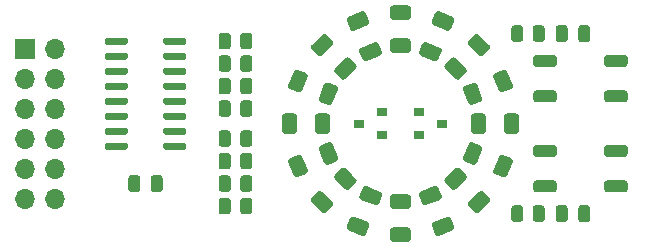
<source format=gbr>
%TF.GenerationSoftware,KiCad,Pcbnew,5.1.9-73d0e3b20d~88~ubuntu20.04.1*%
%TF.CreationDate,2021-03-27T19:40:49+01:00*%
%TF.ProjectId,circledisplay,63697263-6c65-4646-9973-706c61792e6b,rev?*%
%TF.SameCoordinates,Original*%
%TF.FileFunction,Soldermask,Top*%
%TF.FilePolarity,Negative*%
%FSLAX46Y46*%
G04 Gerber Fmt 4.6, Leading zero omitted, Abs format (unit mm)*
G04 Created by KiCad (PCBNEW 5.1.9-73d0e3b20d~88~ubuntu20.04.1) date 2021-03-27 19:40:49*
%MOMM*%
%LPD*%
G01*
G04 APERTURE LIST*
%ADD10R,1.700000X1.700000*%
%ADD11O,1.700000X1.700000*%
%ADD12R,0.900000X0.800000*%
G04 APERTURE END LIST*
%TO.C,C1*%
G36*
G01*
X117655000Y-59215000D02*
X117655000Y-60165000D01*
G75*
G02*
X117405000Y-60415000I-250000J0D01*
G01*
X116905000Y-60415000D01*
G75*
G02*
X116655000Y-60165000I0J250000D01*
G01*
X116655000Y-59215000D01*
G75*
G02*
X116905000Y-58965000I250000J0D01*
G01*
X117405000Y-58965000D01*
G75*
G02*
X117655000Y-59215000I0J-250000D01*
G01*
G37*
G36*
G01*
X115755000Y-59215000D02*
X115755000Y-60165000D01*
G75*
G02*
X115505000Y-60415000I-250000J0D01*
G01*
X115005000Y-60415000D01*
G75*
G02*
X114755000Y-60165000I0J250000D01*
G01*
X114755000Y-59215000D01*
G75*
G02*
X115005000Y-58965000I250000J0D01*
G01*
X115505000Y-58965000D01*
G75*
G02*
X115755000Y-59215000I0J-250000D01*
G01*
G37*
%TD*%
%TO.C,C2*%
G36*
G01*
X115755000Y-74455000D02*
X115755000Y-75405000D01*
G75*
G02*
X115505000Y-75655000I-250000J0D01*
G01*
X115005000Y-75655000D01*
G75*
G02*
X114755000Y-75405000I0J250000D01*
G01*
X114755000Y-74455000D01*
G75*
G02*
X115005000Y-74205000I250000J0D01*
G01*
X115505000Y-74205000D01*
G75*
G02*
X115755000Y-74455000I0J-250000D01*
G01*
G37*
G36*
G01*
X117655000Y-74455000D02*
X117655000Y-75405000D01*
G75*
G02*
X117405000Y-75655000I-250000J0D01*
G01*
X116905000Y-75655000D01*
G75*
G02*
X116655000Y-75405000I0J250000D01*
G01*
X116655000Y-74455000D01*
G75*
G02*
X116905000Y-74205000I250000J0D01*
G01*
X117405000Y-74205000D01*
G75*
G02*
X117655000Y-74455000I0J-250000D01*
G01*
G37*
%TD*%
%TO.C,C3*%
G36*
G01*
X81460000Y-71915000D02*
X81460000Y-72865000D01*
G75*
G02*
X81210000Y-73115000I-250000J0D01*
G01*
X80710000Y-73115000D01*
G75*
G02*
X80460000Y-72865000I0J250000D01*
G01*
X80460000Y-71915000D01*
G75*
G02*
X80710000Y-71665000I250000J0D01*
G01*
X81210000Y-71665000D01*
G75*
G02*
X81460000Y-71915000I0J-250000D01*
G01*
G37*
G36*
G01*
X79560000Y-71915000D02*
X79560000Y-72865000D01*
G75*
G02*
X79310000Y-73115000I-250000J0D01*
G01*
X78810000Y-73115000D01*
G75*
G02*
X78560000Y-72865000I0J250000D01*
G01*
X78560000Y-71915000D01*
G75*
G02*
X78810000Y-71665000I250000J0D01*
G01*
X79310000Y-71665000D01*
G75*
G02*
X79560000Y-71915000I0J-250000D01*
G01*
G37*
%TD*%
%TO.C,D1*%
G36*
G01*
X100975000Y-57285000D02*
X102225000Y-57285000D01*
G75*
G02*
X102475000Y-57535000I0J-250000D01*
G01*
X102475000Y-58285000D01*
G75*
G02*
X102225000Y-58535000I-250000J0D01*
G01*
X100975000Y-58535000D01*
G75*
G02*
X100725000Y-58285000I0J250000D01*
G01*
X100725000Y-57535000D01*
G75*
G02*
X100975000Y-57285000I250000J0D01*
G01*
G37*
G36*
G01*
X100975000Y-60085000D02*
X102225000Y-60085000D01*
G75*
G02*
X102475000Y-60335000I0J-250000D01*
G01*
X102475000Y-61085000D01*
G75*
G02*
X102225000Y-61335000I-250000J0D01*
G01*
X100975000Y-61335000D01*
G75*
G02*
X100725000Y-61085000I0J250000D01*
G01*
X100725000Y-60335000D01*
G75*
G02*
X100975000Y-60085000I250000J0D01*
G01*
G37*
%TD*%
%TO.C,D2*%
G36*
G01*
X103787463Y-60395793D02*
X104942312Y-60874147D01*
G75*
G02*
X105077611Y-61200788I-95671J-230970D01*
G01*
X104790598Y-61893698D01*
G75*
G02*
X104463957Y-62028997I-230970J95671D01*
G01*
X103309108Y-61550643D01*
G75*
G02*
X103173809Y-61224002I95671J230970D01*
G01*
X103460822Y-60531092D01*
G75*
G02*
X103787463Y-60395793I230970J-95671D01*
G01*
G37*
G36*
G01*
X104858977Y-57808931D02*
X106013826Y-58287285D01*
G75*
G02*
X106149125Y-58613926I-95671J-230970D01*
G01*
X105862112Y-59306836D01*
G75*
G02*
X105535471Y-59442135I-230970J95671D01*
G01*
X104380622Y-58963781D01*
G75*
G02*
X104245323Y-58637140I95671J230970D01*
G01*
X104532336Y-57944230D01*
G75*
G02*
X104858977Y-57808931I230970J-95671D01*
G01*
G37*
%TD*%
%TO.C,D3*%
G36*
G01*
X108246803Y-59779313D02*
X109130687Y-60663197D01*
G75*
G02*
X109130687Y-61016751I-176777J-176777D01*
G01*
X108600357Y-61547081D01*
G75*
G02*
X108246803Y-61547081I-176777J176777D01*
G01*
X107362919Y-60663197D01*
G75*
G02*
X107362919Y-60309643I176777J176777D01*
G01*
X107893249Y-59779313D01*
G75*
G02*
X108246803Y-59779313I176777J-176777D01*
G01*
G37*
G36*
G01*
X106266905Y-61759211D02*
X107150789Y-62643095D01*
G75*
G02*
X107150789Y-62996649I-176777J-176777D01*
G01*
X106620459Y-63526979D01*
G75*
G02*
X106266905Y-63526979I-176777J176777D01*
G01*
X105383021Y-62643095D01*
G75*
G02*
X105383021Y-62289541I176777J176777D01*
G01*
X105913351Y-61759211D01*
G75*
G02*
X106266905Y-61759211I176777J-176777D01*
G01*
G37*
%TD*%
%TO.C,D4*%
G36*
G01*
X108035853Y-63967688D02*
X108514207Y-65122537D01*
G75*
G02*
X108378908Y-65449178I-230970J-95671D01*
G01*
X107685998Y-65736191D01*
G75*
G02*
X107359357Y-65600892I-95671J230970D01*
G01*
X106881003Y-64446043D01*
G75*
G02*
X107016302Y-64119402I230970J95671D01*
G01*
X107709212Y-63832389D01*
G75*
G02*
X108035853Y-63967688I95671J-230970D01*
G01*
G37*
G36*
G01*
X110622715Y-62896174D02*
X111101069Y-64051023D01*
G75*
G02*
X110965770Y-64377664I-230970J-95671D01*
G01*
X110272860Y-64664677D01*
G75*
G02*
X109946219Y-64529378I-95671J230970D01*
G01*
X109467865Y-63374529D01*
G75*
G02*
X109603164Y-63047888I230970J95671D01*
G01*
X110296074Y-62760875D01*
G75*
G02*
X110622715Y-62896174I95671J-230970D01*
G01*
G37*
%TD*%
%TO.C,D5*%
G36*
G01*
X111625000Y-66685000D02*
X111625000Y-67935000D01*
G75*
G02*
X111375000Y-68185000I-250000J0D01*
G01*
X110625000Y-68185000D01*
G75*
G02*
X110375000Y-67935000I0J250000D01*
G01*
X110375000Y-66685000D01*
G75*
G02*
X110625000Y-66435000I250000J0D01*
G01*
X111375000Y-66435000D01*
G75*
G02*
X111625000Y-66685000I0J-250000D01*
G01*
G37*
G36*
G01*
X108825000Y-66685000D02*
X108825000Y-67935000D01*
G75*
G02*
X108575000Y-68185000I-250000J0D01*
G01*
X107825000Y-68185000D01*
G75*
G02*
X107575000Y-67935000I0J250000D01*
G01*
X107575000Y-66685000D01*
G75*
G02*
X107825000Y-66435000I250000J0D01*
G01*
X108575000Y-66435000D01*
G75*
G02*
X108825000Y-66685000I0J-250000D01*
G01*
G37*
%TD*%
%TO.C,D6*%
G36*
G01*
X108514207Y-69497463D02*
X108035853Y-70652312D01*
G75*
G02*
X107709212Y-70787611I-230970J95671D01*
G01*
X107016302Y-70500598D01*
G75*
G02*
X106881003Y-70173957I95671J230970D01*
G01*
X107359357Y-69019108D01*
G75*
G02*
X107685998Y-68883809I230970J-95671D01*
G01*
X108378908Y-69170822D01*
G75*
G02*
X108514207Y-69497463I-95671J-230970D01*
G01*
G37*
G36*
G01*
X111101069Y-70568977D02*
X110622715Y-71723826D01*
G75*
G02*
X110296074Y-71859125I-230970J95671D01*
G01*
X109603164Y-71572112D01*
G75*
G02*
X109467865Y-71245471I95671J230970D01*
G01*
X109946219Y-70090622D01*
G75*
G02*
X110272860Y-69955323I230970J-95671D01*
G01*
X110965770Y-70242336D01*
G75*
G02*
X111101069Y-70568977I-95671J-230970D01*
G01*
G37*
%TD*%
%TO.C,D7*%
G36*
G01*
X109130687Y-73956803D02*
X108246803Y-74840687D01*
G75*
G02*
X107893249Y-74840687I-176777J176777D01*
G01*
X107362919Y-74310357D01*
G75*
G02*
X107362919Y-73956803I176777J176777D01*
G01*
X108246803Y-73072919D01*
G75*
G02*
X108600357Y-73072919I176777J-176777D01*
G01*
X109130687Y-73603249D01*
G75*
G02*
X109130687Y-73956803I-176777J-176777D01*
G01*
G37*
G36*
G01*
X107150789Y-71976905D02*
X106266905Y-72860789D01*
G75*
G02*
X105913351Y-72860789I-176777J176777D01*
G01*
X105383021Y-72330459D01*
G75*
G02*
X105383021Y-71976905I176777J176777D01*
G01*
X106266905Y-71093021D01*
G75*
G02*
X106620459Y-71093021I176777J-176777D01*
G01*
X107150789Y-71623351D01*
G75*
G02*
X107150789Y-71976905I-176777J-176777D01*
G01*
G37*
%TD*%
%TO.C,D8*%
G36*
G01*
X104942312Y-73745853D02*
X103787463Y-74224207D01*
G75*
G02*
X103460822Y-74088908I-95671J230970D01*
G01*
X103173809Y-73395998D01*
G75*
G02*
X103309108Y-73069357I230970J95671D01*
G01*
X104463957Y-72591003D01*
G75*
G02*
X104790598Y-72726302I95671J-230970D01*
G01*
X105077611Y-73419212D01*
G75*
G02*
X104942312Y-73745853I-230970J-95671D01*
G01*
G37*
G36*
G01*
X106013826Y-76332715D02*
X104858977Y-76811069D01*
G75*
G02*
X104532336Y-76675770I-95671J230970D01*
G01*
X104245323Y-75982860D01*
G75*
G02*
X104380622Y-75656219I230970J95671D01*
G01*
X105535471Y-75177865D01*
G75*
G02*
X105862112Y-75313164I95671J-230970D01*
G01*
X106149125Y-76006074D01*
G75*
G02*
X106013826Y-76332715I-230970J-95671D01*
G01*
G37*
%TD*%
%TO.C,D9*%
G36*
G01*
X102225000Y-77335000D02*
X100975000Y-77335000D01*
G75*
G02*
X100725000Y-77085000I0J250000D01*
G01*
X100725000Y-76335000D01*
G75*
G02*
X100975000Y-76085000I250000J0D01*
G01*
X102225000Y-76085000D01*
G75*
G02*
X102475000Y-76335000I0J-250000D01*
G01*
X102475000Y-77085000D01*
G75*
G02*
X102225000Y-77335000I-250000J0D01*
G01*
G37*
G36*
G01*
X102225000Y-74535000D02*
X100975000Y-74535000D01*
G75*
G02*
X100725000Y-74285000I0J250000D01*
G01*
X100725000Y-73535000D01*
G75*
G02*
X100975000Y-73285000I250000J0D01*
G01*
X102225000Y-73285000D01*
G75*
G02*
X102475000Y-73535000I0J-250000D01*
G01*
X102475000Y-74285000D01*
G75*
G02*
X102225000Y-74535000I-250000J0D01*
G01*
G37*
%TD*%
%TO.C,D10*%
G36*
G01*
X99412537Y-74224207D02*
X98257688Y-73745853D01*
G75*
G02*
X98122389Y-73419212I95671J230970D01*
G01*
X98409402Y-72726302D01*
G75*
G02*
X98736043Y-72591003I230970J-95671D01*
G01*
X99890892Y-73069357D01*
G75*
G02*
X100026191Y-73395998I-95671J-230970D01*
G01*
X99739178Y-74088908D01*
G75*
G02*
X99412537Y-74224207I-230970J95671D01*
G01*
G37*
G36*
G01*
X98341023Y-76811069D02*
X97186174Y-76332715D01*
G75*
G02*
X97050875Y-76006074I95671J230970D01*
G01*
X97337888Y-75313164D01*
G75*
G02*
X97664529Y-75177865I230970J-95671D01*
G01*
X98819378Y-75656219D01*
G75*
G02*
X98954677Y-75982860I-95671J-230970D01*
G01*
X98667664Y-76675770D01*
G75*
G02*
X98341023Y-76811069I-230970J95671D01*
G01*
G37*
%TD*%
%TO.C,D11*%
G36*
G01*
X94953197Y-74840687D02*
X94069313Y-73956803D01*
G75*
G02*
X94069313Y-73603249I176777J176777D01*
G01*
X94599643Y-73072919D01*
G75*
G02*
X94953197Y-73072919I176777J-176777D01*
G01*
X95837081Y-73956803D01*
G75*
G02*
X95837081Y-74310357I-176777J-176777D01*
G01*
X95306751Y-74840687D01*
G75*
G02*
X94953197Y-74840687I-176777J176777D01*
G01*
G37*
G36*
G01*
X96933095Y-72860789D02*
X96049211Y-71976905D01*
G75*
G02*
X96049211Y-71623351I176777J176777D01*
G01*
X96579541Y-71093021D01*
G75*
G02*
X96933095Y-71093021I176777J-176777D01*
G01*
X97816979Y-71976905D01*
G75*
G02*
X97816979Y-72330459I-176777J-176777D01*
G01*
X97286649Y-72860789D01*
G75*
G02*
X96933095Y-72860789I-176777J176777D01*
G01*
G37*
%TD*%
%TO.C,D12*%
G36*
G01*
X95164147Y-70652312D02*
X94685793Y-69497463D01*
G75*
G02*
X94821092Y-69170822I230970J95671D01*
G01*
X95514002Y-68883809D01*
G75*
G02*
X95840643Y-69019108I95671J-230970D01*
G01*
X96318997Y-70173957D01*
G75*
G02*
X96183698Y-70500598I-230970J-95671D01*
G01*
X95490788Y-70787611D01*
G75*
G02*
X95164147Y-70652312I-95671J230970D01*
G01*
G37*
G36*
G01*
X92577285Y-71723826D02*
X92098931Y-70568977D01*
G75*
G02*
X92234230Y-70242336I230970J95671D01*
G01*
X92927140Y-69955323D01*
G75*
G02*
X93253781Y-70090622I95671J-230970D01*
G01*
X93732135Y-71245471D01*
G75*
G02*
X93596836Y-71572112I-230970J-95671D01*
G01*
X92903926Y-71859125D01*
G75*
G02*
X92577285Y-71723826I-95671J230970D01*
G01*
G37*
%TD*%
%TO.C,D13*%
G36*
G01*
X91575000Y-67935000D02*
X91575000Y-66685000D01*
G75*
G02*
X91825000Y-66435000I250000J0D01*
G01*
X92575000Y-66435000D01*
G75*
G02*
X92825000Y-66685000I0J-250000D01*
G01*
X92825000Y-67935000D01*
G75*
G02*
X92575000Y-68185000I-250000J0D01*
G01*
X91825000Y-68185000D01*
G75*
G02*
X91575000Y-67935000I0J250000D01*
G01*
G37*
G36*
G01*
X94375000Y-67935000D02*
X94375000Y-66685000D01*
G75*
G02*
X94625000Y-66435000I250000J0D01*
G01*
X95375000Y-66435000D01*
G75*
G02*
X95625000Y-66685000I0J-250000D01*
G01*
X95625000Y-67935000D01*
G75*
G02*
X95375000Y-68185000I-250000J0D01*
G01*
X94625000Y-68185000D01*
G75*
G02*
X94375000Y-67935000I0J250000D01*
G01*
G37*
%TD*%
%TO.C,D14*%
G36*
G01*
X94685793Y-65122537D02*
X95164147Y-63967688D01*
G75*
G02*
X95490788Y-63832389I230970J-95671D01*
G01*
X96183698Y-64119402D01*
G75*
G02*
X96318997Y-64446043I-95671J-230970D01*
G01*
X95840643Y-65600892D01*
G75*
G02*
X95514002Y-65736191I-230970J95671D01*
G01*
X94821092Y-65449178D01*
G75*
G02*
X94685793Y-65122537I95671J230970D01*
G01*
G37*
G36*
G01*
X92098931Y-64051023D02*
X92577285Y-62896174D01*
G75*
G02*
X92903926Y-62760875I230970J-95671D01*
G01*
X93596836Y-63047888D01*
G75*
G02*
X93732135Y-63374529I-95671J-230970D01*
G01*
X93253781Y-64529378D01*
G75*
G02*
X92927140Y-64664677I-230970J95671D01*
G01*
X92234230Y-64377664D01*
G75*
G02*
X92098931Y-64051023I95671J230970D01*
G01*
G37*
%TD*%
%TO.C,D15*%
G36*
G01*
X94069313Y-60663197D02*
X94953197Y-59779313D01*
G75*
G02*
X95306751Y-59779313I176777J-176777D01*
G01*
X95837081Y-60309643D01*
G75*
G02*
X95837081Y-60663197I-176777J-176777D01*
G01*
X94953197Y-61547081D01*
G75*
G02*
X94599643Y-61547081I-176777J176777D01*
G01*
X94069313Y-61016751D01*
G75*
G02*
X94069313Y-60663197I176777J176777D01*
G01*
G37*
G36*
G01*
X96049211Y-62643095D02*
X96933095Y-61759211D01*
G75*
G02*
X97286649Y-61759211I176777J-176777D01*
G01*
X97816979Y-62289541D01*
G75*
G02*
X97816979Y-62643095I-176777J-176777D01*
G01*
X96933095Y-63526979D01*
G75*
G02*
X96579541Y-63526979I-176777J176777D01*
G01*
X96049211Y-62996649D01*
G75*
G02*
X96049211Y-62643095I176777J176777D01*
G01*
G37*
%TD*%
%TO.C,D16*%
G36*
G01*
X98257688Y-60874147D02*
X99412537Y-60395793D01*
G75*
G02*
X99739178Y-60531092I95671J-230970D01*
G01*
X100026191Y-61224002D01*
G75*
G02*
X99890892Y-61550643I-230970J-95671D01*
G01*
X98736043Y-62028997D01*
G75*
G02*
X98409402Y-61893698I-95671J230970D01*
G01*
X98122389Y-61200788D01*
G75*
G02*
X98257688Y-60874147I230970J95671D01*
G01*
G37*
G36*
G01*
X97186174Y-58287285D02*
X98341023Y-57808931D01*
G75*
G02*
X98667664Y-57944230I95671J-230970D01*
G01*
X98954677Y-58637140D01*
G75*
G02*
X98819378Y-58963781I-230970J-95671D01*
G01*
X97664529Y-59442135D01*
G75*
G02*
X97337888Y-59306836I-95671J230970D01*
G01*
X97050875Y-58613926D01*
G75*
G02*
X97186174Y-58287285I230970J95671D01*
G01*
G37*
%TD*%
D10*
%TO.C,J1*%
X69850000Y-60960000D03*
D11*
X72390000Y-60960000D03*
X69850000Y-63500000D03*
X72390000Y-63500000D03*
X69850000Y-66040000D03*
X72390000Y-66040000D03*
X69850000Y-68580000D03*
X72390000Y-68580000D03*
X69850000Y-71120000D03*
X72390000Y-71120000D03*
X69850000Y-73660000D03*
X72390000Y-73660000D03*
%TD*%
D12*
%TO.C,Q1*%
X103140000Y-66360000D03*
X103140000Y-68260000D03*
X105140000Y-67310000D03*
%TD*%
%TO.C,Q2*%
X98060000Y-67310000D03*
X100060000Y-66360000D03*
X100060000Y-68260000D03*
%TD*%
%TO.C,R1*%
G36*
G01*
X113820000Y-59239998D02*
X113820000Y-60140002D01*
G75*
G02*
X113570002Y-60390000I-249998J0D01*
G01*
X113044998Y-60390000D01*
G75*
G02*
X112795000Y-60140002I0J249998D01*
G01*
X112795000Y-59239998D01*
G75*
G02*
X113044998Y-58990000I249998J0D01*
G01*
X113570002Y-58990000D01*
G75*
G02*
X113820000Y-59239998I0J-249998D01*
G01*
G37*
G36*
G01*
X111995000Y-59239998D02*
X111995000Y-60140002D01*
G75*
G02*
X111745002Y-60390000I-249998J0D01*
G01*
X111219998Y-60390000D01*
G75*
G02*
X110970000Y-60140002I0J249998D01*
G01*
X110970000Y-59239998D01*
G75*
G02*
X111219998Y-58990000I249998J0D01*
G01*
X111745002Y-58990000D01*
G75*
G02*
X111995000Y-59239998I0J-249998D01*
G01*
G37*
%TD*%
%TO.C,R2*%
G36*
G01*
X111995000Y-74479998D02*
X111995000Y-75380002D01*
G75*
G02*
X111745002Y-75630000I-249998J0D01*
G01*
X111219998Y-75630000D01*
G75*
G02*
X110970000Y-75380002I0J249998D01*
G01*
X110970000Y-74479998D01*
G75*
G02*
X111219998Y-74230000I249998J0D01*
G01*
X111745002Y-74230000D01*
G75*
G02*
X111995000Y-74479998I0J-249998D01*
G01*
G37*
G36*
G01*
X113820000Y-74479998D02*
X113820000Y-75380002D01*
G75*
G02*
X113570002Y-75630000I-249998J0D01*
G01*
X113044998Y-75630000D01*
G75*
G02*
X112795000Y-75380002I0J249998D01*
G01*
X112795000Y-74479998D01*
G75*
G02*
X113044998Y-74230000I249998J0D01*
G01*
X113570002Y-74230000D01*
G75*
G02*
X113820000Y-74479998I0J-249998D01*
G01*
G37*
%TD*%
%TO.C,R3*%
G36*
G01*
X89055000Y-59874998D02*
X89055000Y-60775002D01*
G75*
G02*
X88805002Y-61025000I-249998J0D01*
G01*
X88279998Y-61025000D01*
G75*
G02*
X88030000Y-60775002I0J249998D01*
G01*
X88030000Y-59874998D01*
G75*
G02*
X88279998Y-59625000I249998J0D01*
G01*
X88805002Y-59625000D01*
G75*
G02*
X89055000Y-59874998I0J-249998D01*
G01*
G37*
G36*
G01*
X87230000Y-59874998D02*
X87230000Y-60775002D01*
G75*
G02*
X86980002Y-61025000I-249998J0D01*
G01*
X86454998Y-61025000D01*
G75*
G02*
X86205000Y-60775002I0J249998D01*
G01*
X86205000Y-59874998D01*
G75*
G02*
X86454998Y-59625000I249998J0D01*
G01*
X86980002Y-59625000D01*
G75*
G02*
X87230000Y-59874998I0J-249998D01*
G01*
G37*
%TD*%
%TO.C,R4*%
G36*
G01*
X89055000Y-61779998D02*
X89055000Y-62680002D01*
G75*
G02*
X88805002Y-62930000I-249998J0D01*
G01*
X88279998Y-62930000D01*
G75*
G02*
X88030000Y-62680002I0J249998D01*
G01*
X88030000Y-61779998D01*
G75*
G02*
X88279998Y-61530000I249998J0D01*
G01*
X88805002Y-61530000D01*
G75*
G02*
X89055000Y-61779998I0J-249998D01*
G01*
G37*
G36*
G01*
X87230000Y-61779998D02*
X87230000Y-62680002D01*
G75*
G02*
X86980002Y-62930000I-249998J0D01*
G01*
X86454998Y-62930000D01*
G75*
G02*
X86205000Y-62680002I0J249998D01*
G01*
X86205000Y-61779998D01*
G75*
G02*
X86454998Y-61530000I249998J0D01*
G01*
X86980002Y-61530000D01*
G75*
G02*
X87230000Y-61779998I0J-249998D01*
G01*
G37*
%TD*%
%TO.C,R5*%
G36*
G01*
X87230000Y-63684998D02*
X87230000Y-64585002D01*
G75*
G02*
X86980002Y-64835000I-249998J0D01*
G01*
X86454998Y-64835000D01*
G75*
G02*
X86205000Y-64585002I0J249998D01*
G01*
X86205000Y-63684998D01*
G75*
G02*
X86454998Y-63435000I249998J0D01*
G01*
X86980002Y-63435000D01*
G75*
G02*
X87230000Y-63684998I0J-249998D01*
G01*
G37*
G36*
G01*
X89055000Y-63684998D02*
X89055000Y-64585002D01*
G75*
G02*
X88805002Y-64835000I-249998J0D01*
G01*
X88279998Y-64835000D01*
G75*
G02*
X88030000Y-64585002I0J249998D01*
G01*
X88030000Y-63684998D01*
G75*
G02*
X88279998Y-63435000I249998J0D01*
G01*
X88805002Y-63435000D01*
G75*
G02*
X89055000Y-63684998I0J-249998D01*
G01*
G37*
%TD*%
%TO.C,R6*%
G36*
G01*
X87230000Y-65589998D02*
X87230000Y-66490002D01*
G75*
G02*
X86980002Y-66740000I-249998J0D01*
G01*
X86454998Y-66740000D01*
G75*
G02*
X86205000Y-66490002I0J249998D01*
G01*
X86205000Y-65589998D01*
G75*
G02*
X86454998Y-65340000I249998J0D01*
G01*
X86980002Y-65340000D01*
G75*
G02*
X87230000Y-65589998I0J-249998D01*
G01*
G37*
G36*
G01*
X89055000Y-65589998D02*
X89055000Y-66490002D01*
G75*
G02*
X88805002Y-66740000I-249998J0D01*
G01*
X88279998Y-66740000D01*
G75*
G02*
X88030000Y-66490002I0J249998D01*
G01*
X88030000Y-65589998D01*
G75*
G02*
X88279998Y-65340000I249998J0D01*
G01*
X88805002Y-65340000D01*
G75*
G02*
X89055000Y-65589998I0J-249998D01*
G01*
G37*
%TD*%
%TO.C,R7*%
G36*
G01*
X89055000Y-68129998D02*
X89055000Y-69030002D01*
G75*
G02*
X88805002Y-69280000I-249998J0D01*
G01*
X88279998Y-69280000D01*
G75*
G02*
X88030000Y-69030002I0J249998D01*
G01*
X88030000Y-68129998D01*
G75*
G02*
X88279998Y-67880000I249998J0D01*
G01*
X88805002Y-67880000D01*
G75*
G02*
X89055000Y-68129998I0J-249998D01*
G01*
G37*
G36*
G01*
X87230000Y-68129998D02*
X87230000Y-69030002D01*
G75*
G02*
X86980002Y-69280000I-249998J0D01*
G01*
X86454998Y-69280000D01*
G75*
G02*
X86205000Y-69030002I0J249998D01*
G01*
X86205000Y-68129998D01*
G75*
G02*
X86454998Y-67880000I249998J0D01*
G01*
X86980002Y-67880000D01*
G75*
G02*
X87230000Y-68129998I0J-249998D01*
G01*
G37*
%TD*%
%TO.C,R8*%
G36*
G01*
X87230000Y-70034998D02*
X87230000Y-70935002D01*
G75*
G02*
X86980002Y-71185000I-249998J0D01*
G01*
X86454998Y-71185000D01*
G75*
G02*
X86205000Y-70935002I0J249998D01*
G01*
X86205000Y-70034998D01*
G75*
G02*
X86454998Y-69785000I249998J0D01*
G01*
X86980002Y-69785000D01*
G75*
G02*
X87230000Y-70034998I0J-249998D01*
G01*
G37*
G36*
G01*
X89055000Y-70034998D02*
X89055000Y-70935002D01*
G75*
G02*
X88805002Y-71185000I-249998J0D01*
G01*
X88279998Y-71185000D01*
G75*
G02*
X88030000Y-70935002I0J249998D01*
G01*
X88030000Y-70034998D01*
G75*
G02*
X88279998Y-69785000I249998J0D01*
G01*
X88805002Y-69785000D01*
G75*
G02*
X89055000Y-70034998I0J-249998D01*
G01*
G37*
%TD*%
%TO.C,R9*%
G36*
G01*
X87230000Y-71939998D02*
X87230000Y-72840002D01*
G75*
G02*
X86980002Y-73090000I-249998J0D01*
G01*
X86454998Y-73090000D01*
G75*
G02*
X86205000Y-72840002I0J249998D01*
G01*
X86205000Y-71939998D01*
G75*
G02*
X86454998Y-71690000I249998J0D01*
G01*
X86980002Y-71690000D01*
G75*
G02*
X87230000Y-71939998I0J-249998D01*
G01*
G37*
G36*
G01*
X89055000Y-71939998D02*
X89055000Y-72840002D01*
G75*
G02*
X88805002Y-73090000I-249998J0D01*
G01*
X88279998Y-73090000D01*
G75*
G02*
X88030000Y-72840002I0J249998D01*
G01*
X88030000Y-71939998D01*
G75*
G02*
X88279998Y-71690000I249998J0D01*
G01*
X88805002Y-71690000D01*
G75*
G02*
X89055000Y-71939998I0J-249998D01*
G01*
G37*
%TD*%
%TO.C,R10*%
G36*
G01*
X89055000Y-73844998D02*
X89055000Y-74745002D01*
G75*
G02*
X88805002Y-74995000I-249998J0D01*
G01*
X88279998Y-74995000D01*
G75*
G02*
X88030000Y-74745002I0J249998D01*
G01*
X88030000Y-73844998D01*
G75*
G02*
X88279998Y-73595000I249998J0D01*
G01*
X88805002Y-73595000D01*
G75*
G02*
X89055000Y-73844998I0J-249998D01*
G01*
G37*
G36*
G01*
X87230000Y-73844998D02*
X87230000Y-74745002D01*
G75*
G02*
X86980002Y-74995000I-249998J0D01*
G01*
X86454998Y-74995000D01*
G75*
G02*
X86205000Y-74745002I0J249998D01*
G01*
X86205000Y-73844998D01*
G75*
G02*
X86454998Y-73595000I249998J0D01*
G01*
X86980002Y-73595000D01*
G75*
G02*
X87230000Y-73844998I0J-249998D01*
G01*
G37*
%TD*%
%TO.C,SW1*%
G36*
G01*
X118840000Y-65250000D02*
X118840000Y-64750000D01*
G75*
G02*
X119090000Y-64500000I250000J0D01*
G01*
X120590000Y-64500000D01*
G75*
G02*
X120840000Y-64750000I0J-250000D01*
G01*
X120840000Y-65250000D01*
G75*
G02*
X120590000Y-65500000I-250000J0D01*
G01*
X119090000Y-65500000D01*
G75*
G02*
X118840000Y-65250000I0J250000D01*
G01*
G37*
G36*
G01*
X118840000Y-62250000D02*
X118840000Y-61750000D01*
G75*
G02*
X119090000Y-61500000I250000J0D01*
G01*
X120590000Y-61500000D01*
G75*
G02*
X120840000Y-61750000I0J-250000D01*
G01*
X120840000Y-62250000D01*
G75*
G02*
X120590000Y-62500000I-250000J0D01*
G01*
X119090000Y-62500000D01*
G75*
G02*
X118840000Y-62250000I0J250000D01*
G01*
G37*
G36*
G01*
X112840000Y-65250000D02*
X112840000Y-64750000D01*
G75*
G02*
X113090000Y-64500000I250000J0D01*
G01*
X114590000Y-64500000D01*
G75*
G02*
X114840000Y-64750000I0J-250000D01*
G01*
X114840000Y-65250000D01*
G75*
G02*
X114590000Y-65500000I-250000J0D01*
G01*
X113090000Y-65500000D01*
G75*
G02*
X112840000Y-65250000I0J250000D01*
G01*
G37*
G36*
G01*
X112840000Y-62250000D02*
X112840000Y-61750000D01*
G75*
G02*
X113090000Y-61500000I250000J0D01*
G01*
X114590000Y-61500000D01*
G75*
G02*
X114840000Y-61750000I0J-250000D01*
G01*
X114840000Y-62250000D01*
G75*
G02*
X114590000Y-62500000I-250000J0D01*
G01*
X113090000Y-62500000D01*
G75*
G02*
X112840000Y-62250000I0J250000D01*
G01*
G37*
%TD*%
%TO.C,SW2*%
G36*
G01*
X120840000Y-72370000D02*
X120840000Y-72870000D01*
G75*
G02*
X120590000Y-73120000I-250000J0D01*
G01*
X119090000Y-73120000D01*
G75*
G02*
X118840000Y-72870000I0J250000D01*
G01*
X118840000Y-72370000D01*
G75*
G02*
X119090000Y-72120000I250000J0D01*
G01*
X120590000Y-72120000D01*
G75*
G02*
X120840000Y-72370000I0J-250000D01*
G01*
G37*
G36*
G01*
X120840000Y-69370000D02*
X120840000Y-69870000D01*
G75*
G02*
X120590000Y-70120000I-250000J0D01*
G01*
X119090000Y-70120000D01*
G75*
G02*
X118840000Y-69870000I0J250000D01*
G01*
X118840000Y-69370000D01*
G75*
G02*
X119090000Y-69120000I250000J0D01*
G01*
X120590000Y-69120000D01*
G75*
G02*
X120840000Y-69370000I0J-250000D01*
G01*
G37*
G36*
G01*
X114840000Y-72370000D02*
X114840000Y-72870000D01*
G75*
G02*
X114590000Y-73120000I-250000J0D01*
G01*
X113090000Y-73120000D01*
G75*
G02*
X112840000Y-72870000I0J250000D01*
G01*
X112840000Y-72370000D01*
G75*
G02*
X113090000Y-72120000I250000J0D01*
G01*
X114590000Y-72120000D01*
G75*
G02*
X114840000Y-72370000I0J-250000D01*
G01*
G37*
G36*
G01*
X114840000Y-69370000D02*
X114840000Y-69870000D01*
G75*
G02*
X114590000Y-70120000I-250000J0D01*
G01*
X113090000Y-70120000D01*
G75*
G02*
X112840000Y-69870000I0J250000D01*
G01*
X112840000Y-69370000D01*
G75*
G02*
X113090000Y-69120000I250000J0D01*
G01*
X114590000Y-69120000D01*
G75*
G02*
X114840000Y-69370000I0J-250000D01*
G01*
G37*
%TD*%
%TO.C,U1*%
G36*
G01*
X76560000Y-60475000D02*
X76560000Y-60175000D01*
G75*
G02*
X76710000Y-60025000I150000J0D01*
G01*
X78360000Y-60025000D01*
G75*
G02*
X78510000Y-60175000I0J-150000D01*
G01*
X78510000Y-60475000D01*
G75*
G02*
X78360000Y-60625000I-150000J0D01*
G01*
X76710000Y-60625000D01*
G75*
G02*
X76560000Y-60475000I0J150000D01*
G01*
G37*
G36*
G01*
X76560000Y-61745000D02*
X76560000Y-61445000D01*
G75*
G02*
X76710000Y-61295000I150000J0D01*
G01*
X78360000Y-61295000D01*
G75*
G02*
X78510000Y-61445000I0J-150000D01*
G01*
X78510000Y-61745000D01*
G75*
G02*
X78360000Y-61895000I-150000J0D01*
G01*
X76710000Y-61895000D01*
G75*
G02*
X76560000Y-61745000I0J150000D01*
G01*
G37*
G36*
G01*
X76560000Y-63015000D02*
X76560000Y-62715000D01*
G75*
G02*
X76710000Y-62565000I150000J0D01*
G01*
X78360000Y-62565000D01*
G75*
G02*
X78510000Y-62715000I0J-150000D01*
G01*
X78510000Y-63015000D01*
G75*
G02*
X78360000Y-63165000I-150000J0D01*
G01*
X76710000Y-63165000D01*
G75*
G02*
X76560000Y-63015000I0J150000D01*
G01*
G37*
G36*
G01*
X76560000Y-64285000D02*
X76560000Y-63985000D01*
G75*
G02*
X76710000Y-63835000I150000J0D01*
G01*
X78360000Y-63835000D01*
G75*
G02*
X78510000Y-63985000I0J-150000D01*
G01*
X78510000Y-64285000D01*
G75*
G02*
X78360000Y-64435000I-150000J0D01*
G01*
X76710000Y-64435000D01*
G75*
G02*
X76560000Y-64285000I0J150000D01*
G01*
G37*
G36*
G01*
X76560000Y-65555000D02*
X76560000Y-65255000D01*
G75*
G02*
X76710000Y-65105000I150000J0D01*
G01*
X78360000Y-65105000D01*
G75*
G02*
X78510000Y-65255000I0J-150000D01*
G01*
X78510000Y-65555000D01*
G75*
G02*
X78360000Y-65705000I-150000J0D01*
G01*
X76710000Y-65705000D01*
G75*
G02*
X76560000Y-65555000I0J150000D01*
G01*
G37*
G36*
G01*
X76560000Y-66825000D02*
X76560000Y-66525000D01*
G75*
G02*
X76710000Y-66375000I150000J0D01*
G01*
X78360000Y-66375000D01*
G75*
G02*
X78510000Y-66525000I0J-150000D01*
G01*
X78510000Y-66825000D01*
G75*
G02*
X78360000Y-66975000I-150000J0D01*
G01*
X76710000Y-66975000D01*
G75*
G02*
X76560000Y-66825000I0J150000D01*
G01*
G37*
G36*
G01*
X76560000Y-68095000D02*
X76560000Y-67795000D01*
G75*
G02*
X76710000Y-67645000I150000J0D01*
G01*
X78360000Y-67645000D01*
G75*
G02*
X78510000Y-67795000I0J-150000D01*
G01*
X78510000Y-68095000D01*
G75*
G02*
X78360000Y-68245000I-150000J0D01*
G01*
X76710000Y-68245000D01*
G75*
G02*
X76560000Y-68095000I0J150000D01*
G01*
G37*
G36*
G01*
X76560000Y-69365000D02*
X76560000Y-69065000D01*
G75*
G02*
X76710000Y-68915000I150000J0D01*
G01*
X78360000Y-68915000D01*
G75*
G02*
X78510000Y-69065000I0J-150000D01*
G01*
X78510000Y-69365000D01*
G75*
G02*
X78360000Y-69515000I-150000J0D01*
G01*
X76710000Y-69515000D01*
G75*
G02*
X76560000Y-69365000I0J150000D01*
G01*
G37*
G36*
G01*
X81510000Y-69365000D02*
X81510000Y-69065000D01*
G75*
G02*
X81660000Y-68915000I150000J0D01*
G01*
X83310000Y-68915000D01*
G75*
G02*
X83460000Y-69065000I0J-150000D01*
G01*
X83460000Y-69365000D01*
G75*
G02*
X83310000Y-69515000I-150000J0D01*
G01*
X81660000Y-69515000D01*
G75*
G02*
X81510000Y-69365000I0J150000D01*
G01*
G37*
G36*
G01*
X81510000Y-68095000D02*
X81510000Y-67795000D01*
G75*
G02*
X81660000Y-67645000I150000J0D01*
G01*
X83310000Y-67645000D01*
G75*
G02*
X83460000Y-67795000I0J-150000D01*
G01*
X83460000Y-68095000D01*
G75*
G02*
X83310000Y-68245000I-150000J0D01*
G01*
X81660000Y-68245000D01*
G75*
G02*
X81510000Y-68095000I0J150000D01*
G01*
G37*
G36*
G01*
X81510000Y-66825000D02*
X81510000Y-66525000D01*
G75*
G02*
X81660000Y-66375000I150000J0D01*
G01*
X83310000Y-66375000D01*
G75*
G02*
X83460000Y-66525000I0J-150000D01*
G01*
X83460000Y-66825000D01*
G75*
G02*
X83310000Y-66975000I-150000J0D01*
G01*
X81660000Y-66975000D01*
G75*
G02*
X81510000Y-66825000I0J150000D01*
G01*
G37*
G36*
G01*
X81510000Y-65555000D02*
X81510000Y-65255000D01*
G75*
G02*
X81660000Y-65105000I150000J0D01*
G01*
X83310000Y-65105000D01*
G75*
G02*
X83460000Y-65255000I0J-150000D01*
G01*
X83460000Y-65555000D01*
G75*
G02*
X83310000Y-65705000I-150000J0D01*
G01*
X81660000Y-65705000D01*
G75*
G02*
X81510000Y-65555000I0J150000D01*
G01*
G37*
G36*
G01*
X81510000Y-64285000D02*
X81510000Y-63985000D01*
G75*
G02*
X81660000Y-63835000I150000J0D01*
G01*
X83310000Y-63835000D01*
G75*
G02*
X83460000Y-63985000I0J-150000D01*
G01*
X83460000Y-64285000D01*
G75*
G02*
X83310000Y-64435000I-150000J0D01*
G01*
X81660000Y-64435000D01*
G75*
G02*
X81510000Y-64285000I0J150000D01*
G01*
G37*
G36*
G01*
X81510000Y-63015000D02*
X81510000Y-62715000D01*
G75*
G02*
X81660000Y-62565000I150000J0D01*
G01*
X83310000Y-62565000D01*
G75*
G02*
X83460000Y-62715000I0J-150000D01*
G01*
X83460000Y-63015000D01*
G75*
G02*
X83310000Y-63165000I-150000J0D01*
G01*
X81660000Y-63165000D01*
G75*
G02*
X81510000Y-63015000I0J150000D01*
G01*
G37*
G36*
G01*
X81510000Y-61745000D02*
X81510000Y-61445000D01*
G75*
G02*
X81660000Y-61295000I150000J0D01*
G01*
X83310000Y-61295000D01*
G75*
G02*
X83460000Y-61445000I0J-150000D01*
G01*
X83460000Y-61745000D01*
G75*
G02*
X83310000Y-61895000I-150000J0D01*
G01*
X81660000Y-61895000D01*
G75*
G02*
X81510000Y-61745000I0J150000D01*
G01*
G37*
G36*
G01*
X81510000Y-60475000D02*
X81510000Y-60175000D01*
G75*
G02*
X81660000Y-60025000I150000J0D01*
G01*
X83310000Y-60025000D01*
G75*
G02*
X83460000Y-60175000I0J-150000D01*
G01*
X83460000Y-60475000D01*
G75*
G02*
X83310000Y-60625000I-150000J0D01*
G01*
X81660000Y-60625000D01*
G75*
G02*
X81510000Y-60475000I0J150000D01*
G01*
G37*
%TD*%
M02*

</source>
